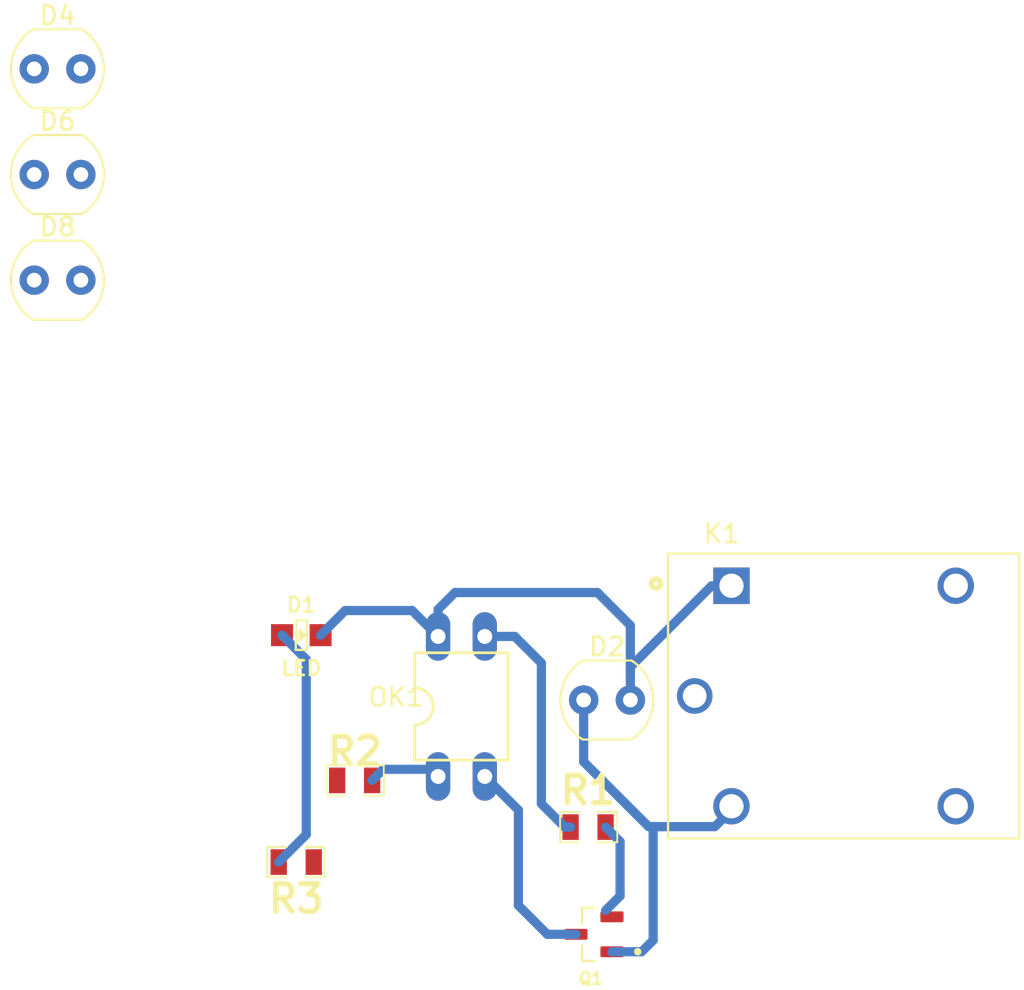
<source format=kicad_pcb>
(kicad_pcb (version 20240108) (generator "pcbnew") (generator_version "8.0")
  (layers (0 "F.Cu" signal) (31 "B.Cu" signal) (34 "B.Paste" user) (35 "F.Paste" user) (36 "B.SilkS" user "B.Silkscreen") (37 "F.SilkS" user "F.Silkscreen") (38 "B.Mask" user) (39 "F.Mask" user) (44 "Edge.Cuts" user))
  (net 0 "")
  (net 1 "+5V")
  (net 2 "Net-(D2-K)")
  (net 3 "COM")
  (net 4 "NO")
  (net 5 "NC")
  (net 6 "Net-(OK1-Pad1)")
  (net 7 "Net-(OK1-Pad3)")
  (net 8 "Net-(Q1-B)")
  (net 9 "Net-(D1-K)")
  (net 10 "GND")
  (net 11 "INPUT")
  (net 12 "Net-(D4-K)")
  (net 13 "Net-(D6-K)")
  (net 14 "Net-(D8-K)")
  (footprint "EESTN5:Led_0805" (layer "F.Cu") (at 107.59098 103.22)
    (property "Reference" "D1" (at 0 -1.651 0) (layer "F.SilkS") (effects (font (size 0.8001 0.8001) (thickness 0.14986))))
    (property "Value" "LED" (at 0 1.80086 0) (layer "F.SilkS") (effects (font (size 0.8001 0.8001) (thickness 0.14986))))
    (fp_line (start -0.3 -0.8) (end 0.3 -0.8) (stroke (width 0.127)) (layer "F.SilkS"))
    (fp_line (start -0.29972 -0.8001) (end -0.29972 0.8001) (stroke (width 0.127)) (layer "F.SilkS"))
    (fp_line (start -0.09906 -0.29972) (end -0.09906 0.29972) (stroke (width 0.127)) (layer "F.SilkS"))
    (fp_line (start -0.09906 0.29972) (end 0.20066 0) (stroke (width 0.127)) (layer "F.SilkS"))
    (fp_line (start 0 -0.20066) (end 0 0.20066) (stroke (width 0.127)) (layer "F.SilkS"))
    (fp_line (start 0.09906 0.09906) (end 0.09906 -0.09906) (stroke (width 0.127)) (layer "F.SilkS"))
    (fp_line (start 0.20066 0) (end -0.09906 -0.29972) (stroke (width 0.127)) (layer "F.SilkS"))
    (fp_line (start 0.29972 0.8001) (end 0.29972 -0.8001) (stroke (width 0.127)) (layer "F.SilkS"))
    (fp_line (start 0.3 0.8) (end -0.3 0.8) (stroke (width 0.127)) (layer "F.SilkS"))
    (pad "1" smd rect (at -1.04902 0) (size 1.19888 1.19888) (layers "F.Cu" "F.Paste" "F.Mask") (net 9 "Net-(D1-K)"))
    (pad "2" smd rect (at 1.04902 0) (size 1.19888 1.19888) (layers "F.Cu" "F.Paste" "F.Mask") (net 1 "+5V"))
  )
  (footprint "EESTN5:R_0805" (layer "F.Cu") (at 123.19 113.665)
    (property "Reference" "R1" (at 0 -2 0) (layer "F.SilkS") (effects (font (size 1.5 1.5) (thickness 0.3))))
    (property "Value" "1K" (hide yes))
    (fp_line (start -1.524 -0.8255) (end -0.508 -0.8255) (stroke (width 0.09906)) (layer "F.SilkS"))
    (fp_line (start -1.524 0.8255) (end -1.524 -0.8255) (stroke (width 0.09906)) (layer "F.SilkS"))
    (fp_line (start -0.508 0.8255) (end -1.524 0.8255) (stroke (width 0.09906)) (layer "F.SilkS"))
    (fp_line (start 0.508 -0.8255) (end 1.5875 -0.8255) (stroke (width 0.09906)) (layer "F.SilkS"))
    (fp_line (start 1.5875 -0.8255) (end 1.5875 0.8255) (stroke (width 0.09906)) (layer "F.SilkS"))
    (fp_line (start 1.5875 0.8255) (end 0.508 0.8255) (stroke (width 0.09906)) (layer "F.SilkS"))
    (pad "1" smd rect (at -0.9525 0) (size 0.889 1.397) (layers "F.Cu" "F.Paste" "F.Mask") (net 7 "Net-(OK1-Pad3)"))
    (pad "2" smd rect (at 0.9525 0) (size 0.889 1.397) (layers "F.Cu" "F.Paste" "F.Mask") (net 8 "Net-(Q1-B)"))
  )
  (footprint "SRD-05VDC-SL:RELAY_SRD-05VDC-SL-C" (layer "F.Cu") (at 137.09 106.53)
    (property "Reference" "K1" (at -6.62563 -8.83584 0) (layer "F.SilkS") (effects (font (size 1.000094 1.000094))))
    (property "Value" "SRD-05VDC-SL-C")
    (fp_line (start -9.55 -7.75) (end 9.55 -7.75) (stroke (width 0.127)) (layer "F.SilkS"))
    (fp_line (start -9.55 7.75) (end -9.55 -7.75) (stroke (width 0.127)) (layer "F.SilkS"))
    (fp_line (start 9.55 -7.75) (end 9.55 7.75) (stroke (width 0.127)) (layer "F.SilkS"))
    (fp_line (start 9.55 7.75) (end -9.55 7.75) (stroke (width 0.127)) (layer "F.SilkS"))
    (fp_circle (center -10.2 -6.119) (end -10.1 -6.119) (stroke (width 0.3)) (fill none) (layer "F.SilkS"))
    (pad "A1" thru_hole rect (at -6.1 -6) (size 1.98 1.98) (drill 1.32) (layers "*.Cu" "*.Mask") (net 1 "+5V"))
    (pad "A2" thru_hole circle (at -6.1 6) (size 1.98 1.98) (drill 1.32) (layers "*.Cu" "*.Mask") (net 2 "Net-(D2-K)"))
    (pad "COM" thru_hole circle (at -8.1 0) (size 1.935 1.935) (drill 1.29) (layers "*.Cu" "*.Mask") (net 3 "COM"))
    (pad "NC" thru_hole circle (at 6.1 -6) (size 1.98 1.98) (drill 1.32) (layers "*.Cu" "*.Mask") (net 5 "NC"))
    (pad "NO" thru_hole circle (at 6.1 6) (size 1.98 1.98) (drill 1.32) (layers "*.Cu" "*.Mask") (net 4 "NO"))
  )
  (footprint "BC547:SOT95P230X110-3N" (layer "F.Cu") (at 123.51 119.5 180)
    (property "Reference" "Q1" (at 0.172 -2.4064 180) (layer "F.SilkS") (effects (font (size 0.64 0.64))))
    (property "Value" "BC547")
    (fp_line (start 0.65 1.45) (end 0.65 0.615) (stroke (width 0.127)) (layer "F.SilkS"))
    (fp_line (start 0.65 -0.615) (end 0.65 -1.45) (stroke (width 0.127)) (layer "F.SilkS"))
    (fp_line (start 0.65 -1.45) (end -0.03 -1.45) (stroke (width 0.127)) (layer "F.SilkS"))
    (fp_line (start -0.03 1.45) (end 0.65 1.45) (stroke (width 0.127)) (layer "F.SilkS"))
    (fp_circle (center -2.38 -0.95) (end -2.28 -0.95) (stroke (width 0.2)) (fill none) (layer "F.SilkS"))
    (pad "1" smd roundrect (at -0.98 -0.95 180) (size 1.26 0.59) (layers "F.Cu" "F.Paste" "F.Mask") (roundrect_rratio 0.125) (net 2 "Net-(D2-K)"))
    (pad "2" smd roundrect (at -0.98 0.95 180) (size 1.26 0.59) (layers "F.Cu" "F.Paste" "F.Mask") (roundrect_rratio 0.125) (net 8 "Net-(Q1-B)"))
    (pad "3" smd roundrect (at 0.98 0 180) (size 1.26 0.59) (layers "F.Cu" "F.Paste" "F.Mask") (roundrect_rratio 0.125) (net 10 "GND"))
  )
  (footprint "EESTN5:R_0805" (layer "F.Cu") (at 110.49 111.125)
    (property "Reference" "R2" (at 0 -1.57988 0) (layer "F.SilkS") (effects (font (size 1.5 1.5) (thickness 0.3))))
    (property "Value" "220R" (hide yes))
    (fp_line (start -1.524 -0.8255) (end -0.508 -0.8255) (stroke (width 0.09906)) (layer "F.SilkS"))
    (fp_line (start -1.524 0.8255) (end -1.524 -0.8255) (stroke (width 0.09906)) (layer "F.SilkS"))
    (fp_line (start -0.508 0.8255) (end -1.524 0.8255) (stroke (width 0.09906)) (layer "F.SilkS"))
    (fp_line (start 0.508 -0.8255) (end 1.5875 -0.8255) (stroke (width 0.09906)) (layer "F.SilkS"))
    (fp_line (start 1.5875 -0.8255) (end 1.5875 0.8255) (stroke (width 0.09906)) (layer "F.SilkS"))
    (fp_line (start 1.5875 0.8255) (end 0.508 0.8255) (stroke (width 0.09906)) (layer "F.SilkS"))
    (pad "1" smd rect (at -0.9525 0) (size 0.889 1.397) (layers "F.Cu" "F.Paste" "F.Mask") (net 11 "INPUT"))
    (pad "2" smd rect (at 0.9525 0) (size 0.889 1.397) (layers "F.Cu" "F.Paste" "F.Mask") (net 6 "Net-(OK1-Pad1)"))
  )
  (footprint "OptoDevice:R_LDR_4.9x4.2mm_P2.54mm_Vertical" (layer "F.Cu") (at 93.06 83.9)
    (property "Reference" "D8" (at 1.27 -2.9 0) (layer "F.SilkS"))
    (property "Value" "1N4007")
    (fp_line (start -0.05 -2.15) (end 2.6 -2.15) (stroke (width 0.12)) (layer "F.SilkS"))
    (fp_line (start -0.05 2.15) (end 2.6 2.15) (stroke (width 0.12)) (layer "F.SilkS"))
    (fp_arc (start -0.05 2.15) (mid -1.262424 0.01494) (end -0.075476 -2.134388) (stroke (width 0.12)) (layer "F.SilkS"))
    (fp_arc (start 2.6 -2.15) (mid 3.788646 -0.016616) (end 2.628027 2.132145) (stroke (width 0.12)) (layer "F.SilkS"))
    (pad "1" thru_hole circle (at 0 0) (size 1.6 1.6) (drill 0.8) (layers "*.Cu" "*.Mask") (net 14 "Net-(D8-K)"))
    (pad "2" thru_hole circle (at 2.54 0) (size 1.6 1.6) (drill 0.8) (layers "*.Cu" "*.Mask") (net 1 "+5V"))
  )
  (footprint "EESTN5:R_0805" (layer "F.Cu") (at 107.315 115.57 180)
    (property "Reference" "R3" (at 0 -2 180) (layer "F.SilkS") (effects (font (size 1.5 1.5) (thickness 0.3))))
    (property "Value" "220R" (hide yes))
    (fp_line (start 1.5875 0.8255) (end 0.508 0.8255) (stroke (width 0.09906)) (layer "F.SilkS"))
    (fp_line (start 1.5875 -0.8255) (end 1.5875 0.8255) (stroke (width 0.09906)) (layer "F.SilkS"))
    (fp_line (start 0.508 -0.8255) (end 1.5875 -0.8255) (stroke (width 0.09906)) (layer "F.SilkS"))
    (fp_line (start -0.508 0.8255) (end -1.524 0.8255) (stroke (width 0.09906)) (layer "F.SilkS"))
    (fp_line (start -1.524 0.8255) (end -1.524 -0.8255) (stroke (width 0.09906)) (layer "F.SilkS"))
    (fp_line (start -1.524 -0.8255) (end -0.508 -0.8255) (stroke (width 0.09906)) (layer "F.SilkS"))
    (pad "1" smd rect (at -0.9525 0 180) (size 0.889 1.397) (layers "F.Cu" "F.Paste" "F.Mask") (net 2 "Net-(D2-K)"))
    (pad "2" smd rect (at 0.9525 0 180) (size 0.889 1.397) (layers "F.Cu" "F.Paste" "F.Mask") (net 9 "Net-(D1-K)"))
  )
  (footprint "OptoDevice:R_LDR_4.9x4.2mm_P2.54mm_Vertical" (layer "F.Cu") (at 122.95 106.75)
    (property "Reference" "D2" (at 1.27 -2.9 0) (layer "F.SilkS"))
    (property "Value" "1N4007")
    (fp_line (start -0.05 -2.15) (end 2.6 -2.15) (stroke (width 0.12)) (layer "F.SilkS"))
    (fp_line (start -0.05 2.15) (end 2.6 2.15) (stroke (width 0.12)) (layer "F.SilkS"))
    (fp_arc (start -0.05 2.15) (mid -1.262424 0.01494) (end -0.075476 -2.134388) (stroke (width 0.12)) (layer "F.SilkS"))
    (fp_arc (start 2.6 -2.15) (mid 3.788646 -0.016616) (end 2.628027 2.132145) (stroke (width 0.12)) (layer "F.SilkS"))
    (pad "1" thru_hole circle (at 0 0) (size 1.6 1.6) (drill 0.8) (layers "*.Cu" "*.Mask") (net 2 "Net-(D2-K)"))
    (pad "2" thru_hole circle (at 2.54 0) (size 1.6 1.6) (drill 0.8) (layers "*.Cu" "*.Mask") (net 1 "+5V"))
  )
  (footprint "OptoDevice:R_LDR_4.9x4.2mm_P2.54mm_Vertical" (layer "F.Cu") (at 93.06 72.4)
    (property "Reference" "D4" (at 1.27 -2.9 0) (layer "F.SilkS"))
    (property "Value" "1N4007")
    (fp_line (start -0.05 -2.15) (end 2.6 -2.15) (stroke (width 0.12)) (layer "F.SilkS"))
    (fp_line (start -0.05 2.15) (end 2.6 2.15) (stroke (width 0.12)) (layer "F.SilkS"))
    (fp_arc (start -0.05 2.15) (mid -1.262424 0.01494) (end -0.075476 -2.134388) (stroke (width 0.12)) (layer "F.SilkS"))
    (fp_arc (start 2.6 -2.15) (mid 3.788646 -0.016616) (end 2.628027 2.132145) (stroke (width 0.12)) (layer "F.SilkS"))
    (pad "1" thru_hole circle (at 0 0) (size 1.6 1.6) (drill 0.8) (layers "*.Cu" "*.Mask") (net 12 "Net-(D4-K)"))
    (pad "2" thru_hole circle (at 2.54 0) (size 1.6 1.6) (drill 0.8) (layers "*.Cu" "*.Mask") (net 1 "+5V"))
  )
  (footprint "PC814:DIL04" (layer "F.Cu") (at 116.3 107.1)
    (property "Reference" "OK1" (at -3.55644 -0.50807 180) (layer "F.SilkS") (effects (font (size 1.000126 1.000126))))
    (property "Value" "PC814")
    (fp_line (start -2.54 -2.921) (end -2.54 -1.016) (stroke (width 0.1524)) (layer "F.SilkS"))
    (fp_line (start -2.54 2.921) (end -2.54 1.016) (stroke (width 0.1524)) (layer "F.SilkS"))
    (fp_line (start -2.54 2.921) (end 2.54 2.921) (stroke (width 0.1524)) (layer "F.SilkS"))
    (fp_line (start 2.54 -2.921) (end -2.54 -2.921) (stroke (width 0.1524)) (layer "F.SilkS"))
    (fp_line (start 2.54 -2.921) (end 2.54 2.921) (stroke (width 0.1524)) (layer "F.SilkS"))
    (fp_arc (start -2.54 -1.016) (mid -1.524 0) (end -2.54 1.016) (stroke (width 0.1524)) (layer "F.SilkS"))
    (pad "1" thru_hole oval (at -1.27 3.81) (size 1.3208 2.6416) (drill 0.8128) (layers "*.Cu" "*.Mask") (net 6 "Net-(OK1-Pad1)"))
    (pad "2" thru_hole oval (at 1.27 3.81) (size 1.3208 2.6416) (drill 0.8128) (layers "*.Cu" "*.Mask") (net 10 "GND"))
    (pad "3" thru_hole oval (at 1.27 -3.81) (size 1.3208 2.6416) (drill 0.8128) (layers "*.Cu" "*.Mask") (net 7 "Net-(OK1-Pad3)"))
    (pad "4" thru_hole oval (at -1.27 -3.81) (size 1.3208 2.6416) (drill 0.8128) (layers "*.Cu" "*.Mask") (net 1 "+5V"))
  )
  (footprint "OptoDevice:R_LDR_4.9x4.2mm_P2.54mm_Vertical" (layer "F.Cu") (at 93.06 78.15)
    (property "Reference" "D6" (at 1.27 -2.9 0) (layer "F.SilkS"))
    (property "Value" "1N4007")
    (fp_line (start -0.05 -2.15) (end 2.6 -2.15) (stroke (width 0.12)) (layer "F.SilkS"))
    (fp_line (start -0.05 2.15) (end 2.6 2.15) (stroke (width 0.12)) (layer "F.SilkS"))
    (fp_arc (start -0.05 2.15) (mid -1.262424 0.01494) (end -0.075476 -2.134388) (stroke (width 0.12)) (layer "F.SilkS"))
    (fp_arc (start 2.6 -2.15) (mid 3.788646 -0.016616) (end 2.628027 2.132145) (stroke (width 0.12)) (layer "F.SilkS"))
    (pad "1" thru_hole circle (at 0 0) (size 1.6 1.6) (drill 0.8) (layers "*.Cu" "*.Mask") (net 13 "Net-(D6-K)"))
    (pad "2" thru_hole circle (at 2.54 0) (size 1.6 1.6) (drill 0.8) (layers "*.Cu" "*.Mask") (net 1 "+5V"))
  )
  (segment (start 115.95 100.9) (end 123.7 100.9) (width 0.5) (layer "B.Cu") (net 1))
  (segment (start 125.49 102.69) (end 125.49 104.95) (width 0.5) (layer "B.Cu") (net 1))
  (segment (start 113.62 101.88) (end 115.03 103.29) (width 0.5) (layer "B.Cu") (net 1))
  (segment (start 123.7 100.9) (end 125.49 102.69) (width 0.5) (layer "B.Cu") (net 1))
  (segment (start 129.9058 100.5342) (end 125.49 104.95) (width 0.5) (layer "B.Cu") (net 1))
  (segment (start 109.98 101.88) (end 113.62 101.88) (width 0.5) (layer "B.Cu") (net 1))
  (segment (start 125.49 104.95) (end 125.49 105.65) (width 0.5) (layer "B.Cu") (net 1))
  (segment (start 130.9938 100.5342) (end 129.9058 100.5342) (width 0.5) (layer "B.Cu") (net 1))
  (segment (start 115.03 103.29) (end 115.03 101.82) (width 0.5) (layer "B.Cu") (net 1))
  (segment (start 125.49 104.95) (end 125.49 106.75) (width 0.5) (layer "B.Cu") (net 1))
  (segment (start 115.03 101.82) (end 115.95 100.9) (width 0.5) (layer "B.Cu") (net 1))
  (segment (start 108.64 103.22) (end 109.98 101.88) (width 0.5) (layer "B.Cu") (net 1))
  (segment (start 126.48 113.64) (end 127.48 113.64) (width 0.5) (layer "B.Cu") (net 2))
  (segment (start 122.95 110.11) (end 126.48 113.64) (width 0.5) (layer "B.Cu") (net 2))
  (segment (start 126.1 120.45) (end 126.73 119.82) (width 0.5) (layer "B.Cu") (net 2))
  (segment (start 122.95 106.75) (end 122.95 110.11) (width 0.5) (layer "B.Cu") (net 2))
  (segment (start 127.48 113.64) (end 130.09 113.64) (width 0.5) (layer "B.Cu") (net 2))
  (segment (start 126.73 113.64) (end 127.48 113.64) (width 0.5) (layer "B.Cu") (net 2))
  (segment (start 124.49 120.45) (end 126.1 120.45) (width 0.5) (layer "B.Cu") (net 2))
  (segment (start 130.99 112.74) (end 130.99 112.53) (width 0.5) (layer "B.Cu") (net 2))
  (segment (start 126.73 119.82) (end 126.73 113.64) (width 0.5) (layer "B.Cu") (net 2))
  (segment (start 130.09 113.64) (end 130.99 112.74) (width 0.5) (layer "B.Cu") (net 2))
  (segment (start 111.4425 111.125) (end 112.0475 110.52) (width 0.5) (layer "B.Cu") (net 6))
  (segment (start 112.0475 110.52) (end 114.64 110.52) (width 0.5) (layer "B.Cu") (net 6))
  (segment (start 114.64 110.52) (end 115.03 110.91) (width 0.5) (layer "B.Cu") (net 6))
  (segment (start 120.65 104.74) (end 120.65 112.395) (width 0.5) (layer "B.Cu") (net 7))
  (segment (start 117.57 103.29) (end 119.2 103.29) (width 0.5) (layer "B.Cu") (net 7))
  (segment (start 121.92 113.665) (end 122.2375 113.665) (width 0.5) (layer "B.Cu") (net 7))
  (segment (start 120.65 112.395) (end 121.92 113.665) (width 0.5) (layer "B.Cu") (net 7))
  (segment (start 119.2 103.29) (end 120.65 104.74) (width 0.5) (layer "B.Cu") (net 7))
  (segment (start 124.49 118.55) (end 124.1425 118.2025) (width 0.2) (layer "F.Cu") (net 8))
  (segment (start 124.93 114.4525) (end 124.1425 113.665) (width 0.5) (layer "B.Cu") (net 8))
  (segment (start 124.1425 118.2025) (end 124.93 117.415) (width 0.5) (layer "B.Cu") (net 8))
  (segment (start 124.93 117.415) (end 124.93 114.4525) (width 0.5) (layer "B.Cu") (net 8))
  (segment (start 106.3625 115.57) (end 107.86 114.0725) (width 0.5) (layer "B.Cu") (net 9))
  (segment (start 107.86 114.0725) (end 107.86 104.53804) (width 0.5) (layer "B.Cu") (net 9))
  (segment (start 107.86 104.53804) (end 106.54196 103.22) (width 0.5) (layer "B.Cu") (net 9))
  (segment (start 120.97 119.5) (end 122.53 119.5) (width 0.5) (layer "B.Cu") (net 10))
  (segment (start 119.4 117.93) (end 120.97 119.5) (width 0.5) (layer "B.Cu") (net 10))
  (segment (start 117.57 110.91) (end 119.4 112.74) (width 0.5) (layer "B.Cu") (net 10))
  (segment (start 119.4 112.74) (end 119.4 117.93) (width 0.5) (layer "B.Cu") (net 10))
)
</source>
